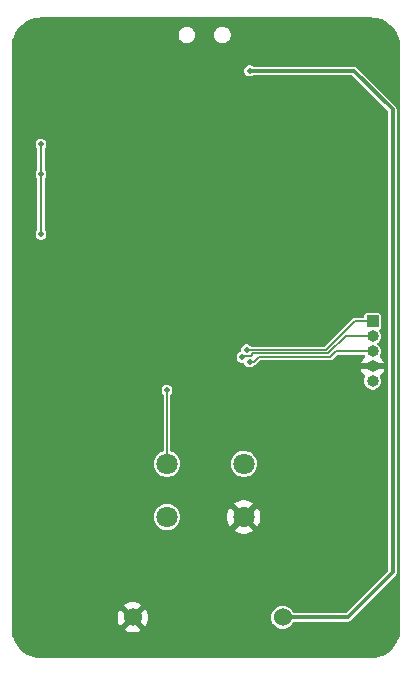
<source format=gbl>
G04 #@! TF.GenerationSoftware,KiCad,Pcbnew,8.0.2*
G04 #@! TF.CreationDate,2024-10-23T21:54:28-05:00*
G04 #@! TF.ProjectId,SAMC21_breakout,53414d43-3231-45f6-9272-65616b6f7574,rev?*
G04 #@! TF.SameCoordinates,Original*
G04 #@! TF.FileFunction,Copper,L4,Bot*
G04 #@! TF.FilePolarity,Positive*
%FSLAX46Y46*%
G04 Gerber Fmt 4.6, Leading zero omitted, Abs format (unit mm)*
G04 Created by KiCad (PCBNEW 8.0.2) date 2024-10-23 21:54:28*
%MOMM*%
%LPD*%
G01*
G04 APERTURE LIST*
G04 #@! TA.AperFunction,ComponentPad*
%ADD10C,1.800000*%
G04 #@! TD*
G04 #@! TA.AperFunction,ComponentPad*
%ADD11R,1.000000X1.000000*%
G04 #@! TD*
G04 #@! TA.AperFunction,ComponentPad*
%ADD12O,1.000000X1.000000*%
G04 #@! TD*
G04 #@! TA.AperFunction,ComponentPad*
%ADD13C,1.530000*%
G04 #@! TD*
G04 #@! TA.AperFunction,ViaPad*
%ADD14C,0.508000*%
G04 #@! TD*
G04 #@! TA.AperFunction,Conductor*
%ADD15C,0.203200*%
G04 #@! TD*
G04 #@! TA.AperFunction,Conductor*
%ADD16C,0.152400*%
G04 #@! TD*
G04 #@! TA.AperFunction,Conductor*
%ADD17C,0.304800*%
G04 #@! TD*
G04 APERTURE END LIST*
D10*
X95906000Y-112134000D03*
X102406000Y-112134000D03*
X95906000Y-116634000D03*
X102406000Y-116634000D03*
D11*
X113305000Y-100069000D03*
D12*
X113305000Y-101339000D03*
X113305000Y-102609000D03*
X113305000Y-103879000D03*
X113305000Y-105149000D03*
D13*
X92998000Y-125128000D03*
X105698000Y-125128000D03*
D14*
X110948000Y-105828000D03*
X114148000Y-106728000D03*
X113998000Y-97328000D03*
X85238000Y-92703000D03*
X85238000Y-87623000D03*
X85238000Y-85083000D03*
X103898000Y-101828000D03*
X96668000Y-100450000D03*
X86398000Y-86728000D03*
X91498000Y-86128000D03*
X109798000Y-80828000D03*
X92798000Y-80628000D03*
X95098000Y-106928000D03*
X99398000Y-80628000D03*
X106898000Y-86228000D03*
X91598000Y-91328000D03*
X104598000Y-80828000D03*
X100798000Y-97728000D03*
X94398000Y-80628000D03*
X93798000Y-103028000D03*
X96698000Y-95428000D03*
X101798000Y-86128000D03*
X105698000Y-96328000D03*
X96898000Y-86128000D03*
X86298000Y-92028000D03*
X101798000Y-95828000D03*
X112898000Y-91328000D03*
X112998000Y-86128000D03*
X102637000Y-102482000D03*
X102256000Y-103117000D03*
X102891000Y-103498000D03*
X95906000Y-105911000D03*
X102891000Y-78860000D03*
D15*
X85238000Y-87623000D02*
X85238000Y-92703000D01*
X85238000Y-85083000D02*
X85238000Y-87623000D01*
D16*
X102637000Y-102482000D02*
X109368000Y-102482000D01*
X111781000Y-100069000D02*
X113305000Y-100069000D01*
X109368000Y-102482000D02*
X111781000Y-100069000D01*
X102256000Y-103117000D02*
X102408399Y-102964601D01*
X103043399Y-102964601D02*
X103221190Y-102786810D01*
X102408399Y-102964601D02*
X103043399Y-102964601D01*
X109571190Y-102786810D02*
X111019000Y-101339000D01*
X103221190Y-102786810D02*
X109571190Y-102786810D01*
X111019000Y-101339000D02*
X113305000Y-101339000D01*
X102891000Y-103498000D02*
X103250210Y-103498000D01*
X110180066Y-102609000D02*
X113305000Y-102609000D01*
X109697446Y-103091620D02*
X110180066Y-102609000D01*
X103250210Y-103498000D02*
X103656590Y-103091620D01*
X103656590Y-103091620D02*
X109697446Y-103091620D01*
X95906000Y-105911000D02*
X95906000Y-112134000D01*
D17*
X114998000Y-82128000D02*
X111730000Y-78860000D01*
X114998000Y-121328000D02*
X114998000Y-82128000D01*
X111730000Y-78860000D02*
X102891000Y-78860000D01*
X111198000Y-125128000D02*
X114998000Y-121328000D01*
X105698000Y-125128000D02*
X111198000Y-125128000D01*
G04 #@! TA.AperFunction,Conductor*
G36*
X113181801Y-74338730D02*
G01*
X113211324Y-74340515D01*
X113470479Y-74356191D01*
X113485560Y-74358022D01*
X113766288Y-74409467D01*
X113781035Y-74413102D01*
X114053525Y-74498013D01*
X114067737Y-74503404D01*
X114327976Y-74620528D01*
X114341447Y-74627598D01*
X114585682Y-74775244D01*
X114598193Y-74783879D01*
X114737948Y-74893370D01*
X114822845Y-74959882D01*
X114834234Y-74969972D01*
X115036027Y-75171765D01*
X115046117Y-75183154D01*
X115188942Y-75365458D01*
X115222116Y-75407801D01*
X115230759Y-75420322D01*
X115378400Y-75664550D01*
X115385471Y-75678023D01*
X115502593Y-75938257D01*
X115507989Y-75952483D01*
X115567609Y-76143811D01*
X115592893Y-76224948D01*
X115596534Y-76239722D01*
X115647975Y-76520427D01*
X115649809Y-76535531D01*
X115667270Y-76824197D01*
X115667500Y-76831805D01*
X115667500Y-126084194D01*
X115667270Y-126091802D01*
X115649809Y-126380468D01*
X115647975Y-126395572D01*
X115596534Y-126676277D01*
X115592893Y-126691051D01*
X115507989Y-126963516D01*
X115502593Y-126977742D01*
X115385471Y-127237976D01*
X115378400Y-127251449D01*
X115230759Y-127495677D01*
X115222116Y-127508198D01*
X115046117Y-127732845D01*
X115036027Y-127744234D01*
X114834234Y-127946027D01*
X114822845Y-127956117D01*
X114598198Y-128132116D01*
X114585677Y-128140759D01*
X114341449Y-128288400D01*
X114327976Y-128295471D01*
X114067742Y-128412593D01*
X114053516Y-128417989D01*
X113781051Y-128502893D01*
X113766277Y-128506534D01*
X113485572Y-128557975D01*
X113470468Y-128559809D01*
X113181802Y-128577270D01*
X113174194Y-128577500D01*
X85241806Y-128577500D01*
X85234198Y-128577270D01*
X84945531Y-128559809D01*
X84930427Y-128557975D01*
X84649722Y-128506534D01*
X84634952Y-128502894D01*
X84362483Y-128417989D01*
X84348257Y-128412593D01*
X84088023Y-128295471D01*
X84074550Y-128288400D01*
X83830322Y-128140759D01*
X83817801Y-128132116D01*
X83593154Y-127956117D01*
X83581765Y-127946027D01*
X83379972Y-127744234D01*
X83369882Y-127732845D01*
X83193879Y-127508193D01*
X83185244Y-127495682D01*
X83037598Y-127251447D01*
X83030528Y-127237976D01*
X82913406Y-126977742D01*
X82908013Y-126963525D01*
X82823102Y-126691035D01*
X82819467Y-126676288D01*
X82768022Y-126395560D01*
X82766191Y-126380479D01*
X82748730Y-126091801D01*
X82748500Y-126084194D01*
X82748500Y-125128000D01*
X91720137Y-125128000D01*
X91739551Y-125349897D01*
X91797201Y-125565053D01*
X91797203Y-125565058D01*
X91891337Y-125766931D01*
X91936030Y-125830757D01*
X92505675Y-125261111D01*
X92522755Y-125324853D01*
X92589898Y-125441147D01*
X92684853Y-125536102D01*
X92801147Y-125603245D01*
X92864885Y-125620323D01*
X92295241Y-126189967D01*
X92295241Y-126189969D01*
X92359069Y-126234662D01*
X92359068Y-126234662D01*
X92560941Y-126328796D01*
X92560946Y-126328798D01*
X92776102Y-126386448D01*
X92998000Y-126405862D01*
X93219897Y-126386448D01*
X93435053Y-126328798D01*
X93435058Y-126328796D01*
X93636931Y-126234662D01*
X93636932Y-126234661D01*
X93700757Y-126189969D01*
X93700757Y-126189968D01*
X93131113Y-125620323D01*
X93194853Y-125603245D01*
X93311147Y-125536102D01*
X93406102Y-125441147D01*
X93473245Y-125324853D01*
X93490323Y-125261112D01*
X94059968Y-125830757D01*
X94059969Y-125830757D01*
X94104661Y-125766932D01*
X94104662Y-125766931D01*
X94198796Y-125565058D01*
X94198798Y-125565053D01*
X94256448Y-125349897D01*
X94275862Y-125128000D01*
X94256448Y-124906102D01*
X94198798Y-124690946D01*
X94198796Y-124690941D01*
X94104661Y-124489068D01*
X94059969Y-124425241D01*
X94059967Y-124425241D01*
X93490323Y-124994885D01*
X93473245Y-124931147D01*
X93406102Y-124814853D01*
X93311147Y-124719898D01*
X93194853Y-124652755D01*
X93131112Y-124635676D01*
X93700757Y-124066030D01*
X93700757Y-124066029D01*
X93636930Y-124021337D01*
X93636931Y-124021337D01*
X93435058Y-123927203D01*
X93435053Y-123927201D01*
X93219897Y-123869551D01*
X92998000Y-123850137D01*
X92776102Y-123869551D01*
X92560946Y-123927201D01*
X92560942Y-123927203D01*
X92359067Y-124021339D01*
X92295240Y-124066030D01*
X92864886Y-124635676D01*
X92801147Y-124652755D01*
X92684853Y-124719898D01*
X92589898Y-124814853D01*
X92522755Y-124931147D01*
X92505676Y-124994886D01*
X91936030Y-124425240D01*
X91891339Y-124489067D01*
X91797203Y-124690942D01*
X91797201Y-124690946D01*
X91739551Y-124906102D01*
X91720137Y-125128000D01*
X82748500Y-125128000D01*
X82748500Y-116634000D01*
X94797572Y-116634000D01*
X94816445Y-116837674D01*
X94872420Y-117034405D01*
X94872421Y-117034407D01*
X94872422Y-117034410D01*
X94963596Y-117217512D01*
X94963597Y-117217513D01*
X95086858Y-117380739D01*
X95238023Y-117518545D01*
X95238024Y-117518546D01*
X95411919Y-117626217D01*
X95411922Y-117626218D01*
X95411931Y-117626224D01*
X95602664Y-117700114D01*
X95602667Y-117700115D01*
X95803716Y-117737698D01*
X95803727Y-117737700D01*
X95803731Y-117737700D01*
X96008269Y-117737700D01*
X96008273Y-117737700D01*
X96076877Y-117724875D01*
X96209332Y-117700115D01*
X96209333Y-117700114D01*
X96209336Y-117700114D01*
X96400069Y-117626224D01*
X96573977Y-117518545D01*
X96725138Y-117380743D01*
X96848404Y-117217512D01*
X96939578Y-117034410D01*
X96995555Y-116837673D01*
X97014428Y-116634000D01*
X100993174Y-116634000D01*
X101012444Y-116866549D01*
X101069724Y-117092743D01*
X101069726Y-117092747D01*
X101163455Y-117306427D01*
X101246796Y-117433990D01*
X101962666Y-116718122D01*
X101986667Y-116807694D01*
X102045910Y-116910306D01*
X102129694Y-116994090D01*
X102232306Y-117053333D01*
X102321875Y-117077333D01*
X101604680Y-117794528D01*
X101604680Y-117794529D01*
X101633251Y-117816767D01*
X101633259Y-117816772D01*
X101838474Y-117927827D01*
X101838477Y-117927829D01*
X102059167Y-118003592D01*
X102059176Y-118003594D01*
X102289334Y-118042000D01*
X102522666Y-118042000D01*
X102752823Y-118003594D01*
X102752832Y-118003592D01*
X102973522Y-117927829D01*
X102973525Y-117927827D01*
X103178741Y-117816771D01*
X103178750Y-117816765D01*
X103207318Y-117794529D01*
X103207319Y-117794528D01*
X102490124Y-117077333D01*
X102579694Y-117053333D01*
X102682306Y-116994090D01*
X102766090Y-116910306D01*
X102825333Y-116807694D01*
X102849333Y-116718124D01*
X103565200Y-117433991D01*
X103565202Y-117433991D01*
X103648544Y-117306427D01*
X103742273Y-117092747D01*
X103742275Y-117092743D01*
X103799555Y-116866549D01*
X103818825Y-116634000D01*
X103799555Y-116401450D01*
X103742275Y-116175256D01*
X103742273Y-116175252D01*
X103648544Y-115961572D01*
X103565201Y-115834007D01*
X102849333Y-116549875D01*
X102825333Y-116460306D01*
X102766090Y-116357694D01*
X102682306Y-116273910D01*
X102579694Y-116214667D01*
X102490123Y-116190666D01*
X103207318Y-115473470D01*
X103178740Y-115451227D01*
X102973525Y-115340172D01*
X102973522Y-115340170D01*
X102752832Y-115264407D01*
X102752823Y-115264405D01*
X102522666Y-115226000D01*
X102289334Y-115226000D01*
X102059176Y-115264405D01*
X102059167Y-115264407D01*
X101838477Y-115340170D01*
X101838474Y-115340172D01*
X101633258Y-115451227D01*
X101604680Y-115473469D01*
X101604680Y-115473471D01*
X102321875Y-116190666D01*
X102232306Y-116214667D01*
X102129694Y-116273910D01*
X102045910Y-116357694D01*
X101986667Y-116460306D01*
X101962666Y-116549875D01*
X101246798Y-115834007D01*
X101246797Y-115834007D01*
X101163459Y-115961566D01*
X101163452Y-115961578D01*
X101069726Y-116175252D01*
X101069724Y-116175256D01*
X101012444Y-116401450D01*
X100993174Y-116634000D01*
X97014428Y-116634000D01*
X96995555Y-116430327D01*
X96939578Y-116233590D01*
X96848404Y-116050488D01*
X96799097Y-115985195D01*
X96725141Y-115887260D01*
X96573976Y-115749454D01*
X96573975Y-115749453D01*
X96400080Y-115641782D01*
X96400073Y-115641778D01*
X96400069Y-115641776D01*
X96290148Y-115599192D01*
X96209332Y-115567884D01*
X96008283Y-115530301D01*
X96008275Y-115530300D01*
X96008273Y-115530300D01*
X95803727Y-115530300D01*
X95803724Y-115530300D01*
X95803716Y-115530301D01*
X95602667Y-115567884D01*
X95452337Y-115626122D01*
X95411931Y-115641776D01*
X95411930Y-115641776D01*
X95411929Y-115641777D01*
X95411919Y-115641782D01*
X95238024Y-115749453D01*
X95238023Y-115749454D01*
X95086858Y-115887260D01*
X94963597Y-116050486D01*
X94872420Y-116233594D01*
X94816445Y-116430325D01*
X94797572Y-116634000D01*
X82748500Y-116634000D01*
X82748500Y-112134000D01*
X94797572Y-112134000D01*
X94816445Y-112337674D01*
X94872420Y-112534405D01*
X94872421Y-112534407D01*
X94872422Y-112534410D01*
X94963596Y-112717512D01*
X94963597Y-112717513D01*
X95086858Y-112880739D01*
X95238023Y-113018545D01*
X95238024Y-113018546D01*
X95411919Y-113126217D01*
X95411922Y-113126218D01*
X95411931Y-113126224D01*
X95602664Y-113200114D01*
X95602667Y-113200115D01*
X95803716Y-113237698D01*
X95803727Y-113237700D01*
X95803731Y-113237700D01*
X96008269Y-113237700D01*
X96008273Y-113237700D01*
X96076877Y-113224875D01*
X96209332Y-113200115D01*
X96209333Y-113200114D01*
X96209336Y-113200114D01*
X96400069Y-113126224D01*
X96573977Y-113018545D01*
X96725138Y-112880743D01*
X96848404Y-112717512D01*
X96939578Y-112534410D01*
X96995555Y-112337673D01*
X97014428Y-112134000D01*
X101297572Y-112134000D01*
X101316445Y-112337674D01*
X101372420Y-112534405D01*
X101372421Y-112534407D01*
X101372422Y-112534410D01*
X101463596Y-112717512D01*
X101463597Y-112717513D01*
X101586858Y-112880739D01*
X101738023Y-113018545D01*
X101738024Y-113018546D01*
X101911919Y-113126217D01*
X101911922Y-113126218D01*
X101911931Y-113126224D01*
X102102664Y-113200114D01*
X102102667Y-113200115D01*
X102303716Y-113237698D01*
X102303727Y-113237700D01*
X102303731Y-113237700D01*
X102508269Y-113237700D01*
X102508273Y-113237700D01*
X102576877Y-113224875D01*
X102709332Y-113200115D01*
X102709333Y-113200114D01*
X102709336Y-113200114D01*
X102900069Y-113126224D01*
X103073977Y-113018545D01*
X103225138Y-112880743D01*
X103348404Y-112717512D01*
X103439578Y-112534410D01*
X103495555Y-112337673D01*
X103514428Y-112134000D01*
X103495555Y-111930327D01*
X103439578Y-111733590D01*
X103348404Y-111550488D01*
X103299097Y-111485195D01*
X103225141Y-111387260D01*
X103073976Y-111249454D01*
X103073975Y-111249453D01*
X102900080Y-111141782D01*
X102900073Y-111141778D01*
X102900069Y-111141776D01*
X102758957Y-111087109D01*
X102709332Y-111067884D01*
X102508283Y-111030301D01*
X102508275Y-111030300D01*
X102508273Y-111030300D01*
X102303727Y-111030300D01*
X102303724Y-111030300D01*
X102303716Y-111030301D01*
X102102667Y-111067884D01*
X101952337Y-111126122D01*
X101911931Y-111141776D01*
X101911930Y-111141776D01*
X101911929Y-111141777D01*
X101911919Y-111141782D01*
X101738024Y-111249453D01*
X101738023Y-111249454D01*
X101586858Y-111387260D01*
X101463597Y-111550486D01*
X101372420Y-111733594D01*
X101316445Y-111930325D01*
X101297572Y-112134000D01*
X97014428Y-112134000D01*
X96995555Y-111930327D01*
X96939578Y-111733590D01*
X96848404Y-111550488D01*
X96799097Y-111485195D01*
X96725141Y-111387260D01*
X96573976Y-111249454D01*
X96573975Y-111249453D01*
X96400080Y-111141782D01*
X96400073Y-111141778D01*
X96400069Y-111141776D01*
X96266382Y-111089985D01*
X96210089Y-111046727D01*
X96186118Y-110979900D01*
X96185900Y-110972495D01*
X96185900Y-106333901D01*
X96205902Y-106265780D01*
X96216676Y-106251388D01*
X96295002Y-106160996D01*
X96349676Y-106041275D01*
X96368407Y-105911000D01*
X96368407Y-105910996D01*
X96349677Y-105780731D01*
X96349676Y-105780730D01*
X96349676Y-105780725D01*
X96295002Y-105661004D01*
X96208812Y-105561536D01*
X96208811Y-105561535D01*
X96153451Y-105525958D01*
X96098091Y-105490380D01*
X96057382Y-105478427D01*
X95971807Y-105453300D01*
X95840193Y-105453300D01*
X95713911Y-105490379D01*
X95713907Y-105490381D01*
X95603188Y-105561535D01*
X95516999Y-105661002D01*
X95462324Y-105780724D01*
X95462322Y-105780731D01*
X95443593Y-105910996D01*
X95443593Y-105911003D01*
X95462322Y-106041268D01*
X95462324Y-106041275D01*
X95516998Y-106160996D01*
X95516999Y-106160997D01*
X95595324Y-106251388D01*
X95624817Y-106315969D01*
X95626100Y-106333901D01*
X95626100Y-110972495D01*
X95606098Y-111040616D01*
X95552442Y-111087109D01*
X95545633Y-111089979D01*
X95411931Y-111141776D01*
X95411930Y-111141776D01*
X95411929Y-111141777D01*
X95411919Y-111141782D01*
X95238024Y-111249453D01*
X95238023Y-111249454D01*
X95086858Y-111387260D01*
X94963597Y-111550486D01*
X94872420Y-111733594D01*
X94816445Y-111930325D01*
X94797572Y-112134000D01*
X82748500Y-112134000D01*
X82748500Y-103116996D01*
X101793593Y-103116996D01*
X101793593Y-103117003D01*
X101812322Y-103247268D01*
X101812324Y-103247275D01*
X101866998Y-103366996D01*
X101953188Y-103466464D01*
X102063909Y-103537620D01*
X102190193Y-103574700D01*
X102321803Y-103574700D01*
X102321807Y-103574700D01*
X102321810Y-103574698D01*
X102323263Y-103574490D01*
X102324724Y-103574700D01*
X102330819Y-103574700D01*
X102330819Y-103575576D01*
X102393538Y-103584591D01*
X102447195Y-103631082D01*
X102455811Y-103646861D01*
X102501998Y-103747996D01*
X102588188Y-103847464D01*
X102698909Y-103918620D01*
X102825193Y-103955700D01*
X102956807Y-103955700D01*
X103083091Y-103918620D01*
X103193812Y-103847464D01*
X103218822Y-103818600D01*
X103278548Y-103780218D01*
X103281434Y-103779408D01*
X103330663Y-103766216D01*
X103358247Y-103758825D01*
X103422072Y-103721976D01*
X103735624Y-103408423D01*
X103797935Y-103374400D01*
X103824718Y-103371520D01*
X109734296Y-103371520D01*
X109805483Y-103352445D01*
X109869308Y-103315596D01*
X110259100Y-102925803D01*
X110321411Y-102891780D01*
X110348194Y-102888900D01*
X112570376Y-102888900D01*
X112638497Y-102908902D01*
X112684990Y-102962558D01*
X112695094Y-103032832D01*
X112665600Y-103097412D01*
X112650310Y-103112299D01*
X112588788Y-103162788D01*
X112462824Y-103316275D01*
X112369224Y-103491387D01*
X112369223Y-103491389D01*
X112328692Y-103624999D01*
X112328693Y-103625000D01*
X113099382Y-103625000D01*
X113044936Y-103679446D01*
X113002149Y-103753555D01*
X112980000Y-103836213D01*
X112980000Y-103921787D01*
X113002149Y-104004445D01*
X113044936Y-104078554D01*
X113099382Y-104133000D01*
X112328693Y-104133000D01*
X112369223Y-104266610D01*
X112369224Y-104266612D01*
X112462824Y-104441724D01*
X112588787Y-104595210D01*
X112654546Y-104649176D01*
X112694515Y-104707853D01*
X112696416Y-104778824D01*
X112680784Y-104812778D01*
X112680871Y-104812824D01*
X112679996Y-104814490D01*
X112678314Y-104818145D01*
X112677330Y-104819569D01*
X112677330Y-104819570D01*
X112616728Y-104979359D01*
X112596132Y-105148997D01*
X112596132Y-105149002D01*
X112616728Y-105318640D01*
X112677328Y-105478424D01*
X112677331Y-105478430D01*
X112774403Y-105619064D01*
X112774405Y-105619066D01*
X112902317Y-105732387D01*
X113053632Y-105811803D01*
X113219555Y-105852700D01*
X113219556Y-105852700D01*
X113390444Y-105852700D01*
X113390445Y-105852700D01*
X113556368Y-105811803D01*
X113707683Y-105732387D01*
X113835595Y-105619066D01*
X113932671Y-105478427D01*
X113993270Y-105318643D01*
X113993270Y-105318642D01*
X113993271Y-105318640D01*
X114013868Y-105149002D01*
X114013868Y-105148997D01*
X113993271Y-104979359D01*
X113978636Y-104940773D01*
X113932671Y-104819573D01*
X113931693Y-104818156D01*
X113931298Y-104816958D01*
X113929129Y-104812826D01*
X113929816Y-104812465D01*
X113909455Y-104750735D01*
X113927198Y-104681991D01*
X113955453Y-104649177D01*
X114021212Y-104595210D01*
X114147175Y-104441724D01*
X114240775Y-104266612D01*
X114240776Y-104266610D01*
X114281307Y-104133000D01*
X113510618Y-104133000D01*
X113565064Y-104078554D01*
X113607851Y-104004445D01*
X113630000Y-103921787D01*
X113630000Y-103836213D01*
X113607851Y-103753555D01*
X113565064Y-103679446D01*
X113510618Y-103625000D01*
X114281307Y-103625000D01*
X114281307Y-103624999D01*
X114240776Y-103491389D01*
X114240775Y-103491387D01*
X114147175Y-103316275D01*
X114021211Y-103162788D01*
X113955452Y-103108821D01*
X113915484Y-103050144D01*
X113913583Y-102979173D01*
X113929217Y-102945220D01*
X113929129Y-102945174D01*
X113930025Y-102943465D01*
X113931694Y-102939841D01*
X113932671Y-102938427D01*
X113993270Y-102778643D01*
X113993270Y-102778642D01*
X113993271Y-102778640D01*
X114013868Y-102609002D01*
X114013868Y-102608997D01*
X113993271Y-102439359D01*
X113960035Y-102351725D01*
X113932671Y-102279573D01*
X113853722Y-102165195D01*
X113835596Y-102138935D01*
X113835594Y-102138933D01*
X113807456Y-102114005D01*
X113755878Y-102068311D01*
X113718154Y-102008169D01*
X113718934Y-101937176D01*
X113755878Y-101879688D01*
X113835595Y-101809066D01*
X113932671Y-101668427D01*
X113993270Y-101508643D01*
X113993270Y-101508642D01*
X113993271Y-101508640D01*
X114013868Y-101339002D01*
X114013868Y-101338997D01*
X113993271Y-101169359D01*
X113951454Y-101059100D01*
X113932671Y-101009573D01*
X113872646Y-100922612D01*
X113850411Y-100855190D01*
X113868158Y-100786447D01*
X113906340Y-100746274D01*
X113951860Y-100715860D01*
X113996881Y-100648480D01*
X114008700Y-100589064D01*
X114008700Y-99548936D01*
X113996881Y-99489520D01*
X113951860Y-99422140D01*
X113884480Y-99377119D01*
X113884479Y-99377118D01*
X113825064Y-99365300D01*
X112784936Y-99365300D01*
X112784935Y-99365300D01*
X112725520Y-99377118D01*
X112658140Y-99422140D01*
X112613118Y-99489520D01*
X112601300Y-99548935D01*
X112601300Y-99663100D01*
X112581298Y-99731221D01*
X112527642Y-99777714D01*
X112475300Y-99789100D01*
X111817850Y-99789100D01*
X111744150Y-99789100D01*
X111672962Y-99808175D01*
X111672960Y-99808175D01*
X111672956Y-99808177D01*
X111609140Y-99845021D01*
X111609130Y-99845029D01*
X109288967Y-102165195D01*
X109226655Y-102199220D01*
X109199872Y-102202100D01*
X103057632Y-102202100D01*
X102989511Y-102182098D01*
X102962408Y-102158613D01*
X102939811Y-102132535D01*
X102839877Y-102068312D01*
X102829091Y-102061380D01*
X102702807Y-102024300D01*
X102571193Y-102024300D01*
X102444911Y-102061379D01*
X102444907Y-102061381D01*
X102334188Y-102132535D01*
X102247999Y-102232002D01*
X102193324Y-102351724D01*
X102193322Y-102351731D01*
X102174593Y-102481996D01*
X102174593Y-102481998D01*
X102184146Y-102548445D01*
X102174041Y-102618719D01*
X102127548Y-102672375D01*
X102094928Y-102687272D01*
X102063908Y-102696380D01*
X102063907Y-102696381D01*
X101953188Y-102767535D01*
X101866999Y-102867002D01*
X101812324Y-102986724D01*
X101812322Y-102986731D01*
X101793593Y-103116996D01*
X82748500Y-103116996D01*
X82748500Y-85082996D01*
X84775593Y-85082996D01*
X84775593Y-85083003D01*
X84794322Y-85213268D01*
X84794324Y-85213275D01*
X84848998Y-85332996D01*
X84848999Y-85332997D01*
X84901924Y-85394075D01*
X84931417Y-85458655D01*
X84932700Y-85476588D01*
X84932700Y-87229411D01*
X84912698Y-87297532D01*
X84901924Y-87311924D01*
X84848999Y-87373002D01*
X84794324Y-87492724D01*
X84794322Y-87492731D01*
X84775593Y-87622996D01*
X84775593Y-87623003D01*
X84794322Y-87753268D01*
X84794324Y-87753275D01*
X84848998Y-87872996D01*
X84848999Y-87872997D01*
X84901924Y-87934075D01*
X84931417Y-87998655D01*
X84932700Y-88016588D01*
X84932700Y-92309411D01*
X84912698Y-92377532D01*
X84901924Y-92391924D01*
X84848999Y-92453002D01*
X84794324Y-92572724D01*
X84794322Y-92572731D01*
X84775593Y-92702996D01*
X84775593Y-92703003D01*
X84794322Y-92833268D01*
X84794324Y-92833275D01*
X84848998Y-92952996D01*
X84935188Y-93052464D01*
X85045909Y-93123620D01*
X85172193Y-93160700D01*
X85303807Y-93160700D01*
X85430091Y-93123620D01*
X85540812Y-93052464D01*
X85627002Y-92952996D01*
X85681676Y-92833275D01*
X85700407Y-92703000D01*
X85700407Y-92702996D01*
X85681677Y-92572731D01*
X85681676Y-92572730D01*
X85681676Y-92572725D01*
X85627002Y-92453004D01*
X85574076Y-92391924D01*
X85544583Y-92327343D01*
X85543300Y-92309411D01*
X85543300Y-88016588D01*
X85563302Y-87948467D01*
X85574076Y-87934075D01*
X85627002Y-87872996D01*
X85681676Y-87753275D01*
X85700407Y-87623000D01*
X85700407Y-87622996D01*
X85681677Y-87492731D01*
X85681676Y-87492730D01*
X85681676Y-87492725D01*
X85627002Y-87373004D01*
X85574076Y-87311924D01*
X85544583Y-87247343D01*
X85543300Y-87229411D01*
X85543300Y-85476588D01*
X85563302Y-85408467D01*
X85574076Y-85394075D01*
X85627002Y-85332996D01*
X85681676Y-85213275D01*
X85700407Y-85083000D01*
X85700407Y-85082996D01*
X85681677Y-84952731D01*
X85681676Y-84952730D01*
X85681676Y-84952725D01*
X85627002Y-84833004D01*
X85540812Y-84733536D01*
X85540811Y-84733535D01*
X85485451Y-84697958D01*
X85430091Y-84662380D01*
X85303807Y-84625300D01*
X85172193Y-84625300D01*
X85045911Y-84662379D01*
X85045907Y-84662381D01*
X84935188Y-84733535D01*
X84848999Y-84833002D01*
X84794324Y-84952724D01*
X84794322Y-84952731D01*
X84775593Y-85082996D01*
X82748500Y-85082996D01*
X82748500Y-78859996D01*
X102428593Y-78859996D01*
X102428593Y-78860003D01*
X102447322Y-78990268D01*
X102447324Y-78990275D01*
X102501998Y-79109996D01*
X102588188Y-79209464D01*
X102698909Y-79280620D01*
X102825193Y-79317700D01*
X102956807Y-79317700D01*
X103083091Y-79280620D01*
X103152362Y-79236101D01*
X103220483Y-79216100D01*
X111530308Y-79216100D01*
X111598429Y-79236102D01*
X111619403Y-79253005D01*
X114604995Y-82238597D01*
X114639021Y-82300909D01*
X114641900Y-82327692D01*
X114641900Y-121128308D01*
X114621898Y-121196429D01*
X114604995Y-121217403D01*
X111087403Y-124734995D01*
X111025091Y-124769021D01*
X110998308Y-124771900D01*
X106681579Y-124771900D01*
X106613458Y-124751898D01*
X106570457Y-124705296D01*
X106542373Y-124652755D01*
X106507342Y-124587215D01*
X106386289Y-124439711D01*
X106238785Y-124318658D01*
X106238783Y-124318657D01*
X106238782Y-124318656D01*
X106070498Y-124228707D01*
X106070493Y-124228705D01*
X105887901Y-124173316D01*
X105887890Y-124173314D01*
X105698003Y-124154613D01*
X105697997Y-124154613D01*
X105508109Y-124173314D01*
X105508098Y-124173316D01*
X105325506Y-124228705D01*
X105325501Y-124228707D01*
X105157217Y-124318656D01*
X105009711Y-124439711D01*
X104888656Y-124587217D01*
X104798707Y-124755501D01*
X104798705Y-124755506D01*
X104743316Y-124938098D01*
X104743314Y-124938109D01*
X104724613Y-125127996D01*
X104724613Y-125128003D01*
X104743314Y-125317890D01*
X104743316Y-125317901D01*
X104798705Y-125500493D01*
X104798707Y-125500498D01*
X104833215Y-125565058D01*
X104888658Y-125668785D01*
X105009711Y-125816289D01*
X105157215Y-125937342D01*
X105157217Y-125937343D01*
X105325501Y-126027292D01*
X105325506Y-126027294D01*
X105508098Y-126082683D01*
X105508099Y-126082683D01*
X105508102Y-126082684D01*
X105508105Y-126082684D01*
X105508109Y-126082685D01*
X105697997Y-126101387D01*
X105698000Y-126101387D01*
X105698003Y-126101387D01*
X105887890Y-126082685D01*
X105887892Y-126082684D01*
X105887898Y-126082684D01*
X105948765Y-126064220D01*
X106070493Y-126027294D01*
X106070494Y-126027293D01*
X106070499Y-126027292D01*
X106238785Y-125937342D01*
X106386289Y-125816289D01*
X106507342Y-125668785D01*
X106570457Y-125550703D01*
X106620209Y-125500056D01*
X106681579Y-125484100D01*
X111244879Y-125484100D01*
X111244881Y-125484100D01*
X111335450Y-125459833D01*
X111416651Y-125412951D01*
X115282951Y-121546651D01*
X115329834Y-121465449D01*
X115354101Y-121374881D01*
X115354101Y-121281118D01*
X115354101Y-121273401D01*
X115354100Y-121273383D01*
X115354100Y-82081121D01*
X115354100Y-82081119D01*
X115329833Y-81990550D01*
X115282951Y-81909349D01*
X115216651Y-81843049D01*
X111948657Y-78575054D01*
X111948647Y-78575046D01*
X111867454Y-78528169D01*
X111867452Y-78528168D01*
X111867450Y-78528167D01*
X111776881Y-78503900D01*
X111776880Y-78503900D01*
X103220483Y-78503900D01*
X103152362Y-78483898D01*
X103083091Y-78439380D01*
X102956807Y-78402300D01*
X102825193Y-78402300D01*
X102698911Y-78439379D01*
X102698907Y-78439381D01*
X102588188Y-78510535D01*
X102501999Y-78610002D01*
X102447324Y-78729724D01*
X102447322Y-78729731D01*
X102428593Y-78859996D01*
X82748500Y-78859996D01*
X82748500Y-76831805D01*
X82748730Y-76824198D01*
X82749765Y-76807082D01*
X82766191Y-76535518D01*
X82768022Y-76520441D01*
X82819468Y-76239707D01*
X82823101Y-76224967D01*
X82908015Y-75952468D01*
X82913402Y-75938267D01*
X83001282Y-75743004D01*
X96880500Y-75743004D01*
X96880500Y-75880995D01*
X96893274Y-75945211D01*
X96907420Y-76016328D01*
X96960225Y-76143811D01*
X97011447Y-76220471D01*
X97036885Y-76258541D01*
X97036890Y-76258547D01*
X97134452Y-76356109D01*
X97134458Y-76356114D01*
X97249189Y-76432775D01*
X97376672Y-76485580D01*
X97512007Y-76512500D01*
X97512008Y-76512500D01*
X97649992Y-76512500D01*
X97649993Y-76512500D01*
X97785328Y-76485580D01*
X97912811Y-76432775D01*
X98027542Y-76356114D01*
X98125114Y-76258542D01*
X98201775Y-76143811D01*
X98254580Y-76016328D01*
X98281500Y-75880993D01*
X98281500Y-75743007D01*
X98281499Y-75743004D01*
X99880500Y-75743004D01*
X99880500Y-75880995D01*
X99893274Y-75945211D01*
X99907420Y-76016328D01*
X99960225Y-76143811D01*
X100011447Y-76220471D01*
X100036885Y-76258541D01*
X100036890Y-76258547D01*
X100134452Y-76356109D01*
X100134458Y-76356114D01*
X100249189Y-76432775D01*
X100376672Y-76485580D01*
X100512007Y-76512500D01*
X100512008Y-76512500D01*
X100649992Y-76512500D01*
X100649993Y-76512500D01*
X100785328Y-76485580D01*
X100912811Y-76432775D01*
X101027542Y-76356114D01*
X101125114Y-76258542D01*
X101201775Y-76143811D01*
X101254580Y-76016328D01*
X101281500Y-75880993D01*
X101281500Y-75743007D01*
X101254580Y-75607672D01*
X101201775Y-75480189D01*
X101125114Y-75365458D01*
X101125109Y-75365452D01*
X101027547Y-75267890D01*
X101027541Y-75267885D01*
X100989471Y-75242447D01*
X100912811Y-75191225D01*
X100832421Y-75157926D01*
X100785331Y-75138421D01*
X100785328Y-75138420D01*
X100649995Y-75111500D01*
X100649993Y-75111500D01*
X100512007Y-75111500D01*
X100512004Y-75111500D01*
X100376671Y-75138420D01*
X100376668Y-75138421D01*
X100249189Y-75191225D01*
X100134458Y-75267885D01*
X100134452Y-75267890D01*
X100036890Y-75365452D01*
X100036885Y-75365458D01*
X99960225Y-75480189D01*
X99907421Y-75607668D01*
X99907420Y-75607671D01*
X99880500Y-75743004D01*
X98281499Y-75743004D01*
X98254580Y-75607672D01*
X98201775Y-75480189D01*
X98125114Y-75365458D01*
X98125109Y-75365452D01*
X98027547Y-75267890D01*
X98027541Y-75267885D01*
X97989471Y-75242447D01*
X97912811Y-75191225D01*
X97832421Y-75157926D01*
X97785331Y-75138421D01*
X97785328Y-75138420D01*
X97649995Y-75111500D01*
X97649993Y-75111500D01*
X97512007Y-75111500D01*
X97512004Y-75111500D01*
X97376671Y-75138420D01*
X97376668Y-75138421D01*
X97249189Y-75191225D01*
X97134458Y-75267885D01*
X97134452Y-75267890D01*
X97036890Y-75365452D01*
X97036885Y-75365458D01*
X96960225Y-75480189D01*
X96907421Y-75607668D01*
X96907420Y-75607671D01*
X96880500Y-75743004D01*
X83001282Y-75743004D01*
X83030532Y-75678014D01*
X83037594Y-75664558D01*
X83185248Y-75420308D01*
X83193873Y-75407814D01*
X83369889Y-75183145D01*
X83379964Y-75171773D01*
X83581773Y-74969964D01*
X83593145Y-74959889D01*
X83817814Y-74783873D01*
X83830308Y-74775248D01*
X84074558Y-74627594D01*
X84088014Y-74620532D01*
X84348267Y-74503402D01*
X84362468Y-74498015D01*
X84634967Y-74413101D01*
X84649707Y-74409468D01*
X84930441Y-74358022D01*
X84945518Y-74356191D01*
X85206676Y-74340394D01*
X85234199Y-74338730D01*
X85241806Y-74338500D01*
X85254408Y-74338500D01*
X113161592Y-74338500D01*
X113174194Y-74338500D01*
X113181801Y-74338730D01*
G37*
G04 #@! TD.AperFunction*
M02*

</source>
